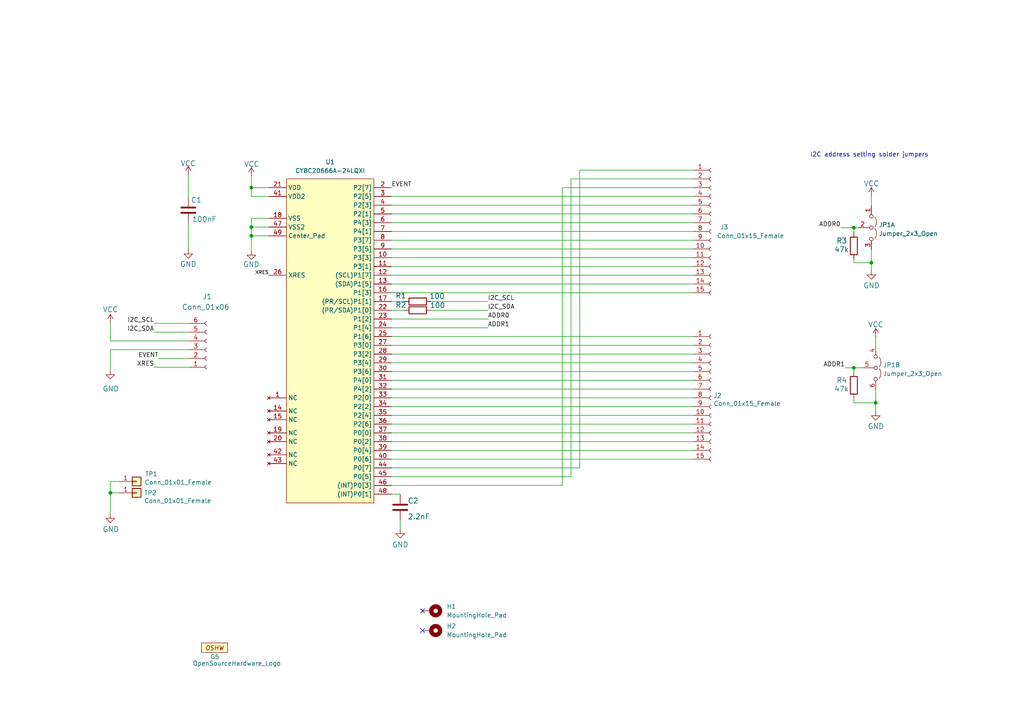
<source format=kicad_sch>
(kicad_sch (version 20231120) (generator "eeschema") (generator_version "8.0")
  (paper "A4")
  (title_block (title "Trill Craft") (date "2024-04-01") (rev "C3") (company "Augmented Instruments Ltd.") (comment 1 "https://bela.io/products/trill/"))
  (lib_symbols
    (symbol "Connector:Conn_01x06_Female" (pin_names (offset 1.016) hide)
      (property "Reference" "J" (at 0 7.62 0))
      (property "Value" "Conn_01x06_Female" (at 0 -10.16 0))
      (symbol "Conn_01x06_Female_1_1"
        (arc (start 0 -7.112) (mid -0.5058 -7.62) (end 0 -8.128) (stroke (width 0.1524)))
        (arc (start 0 -4.572) (mid -0.5058 -5.08) (end 0 -5.588) (stroke (width 0.1524)))
        (arc (start 0 -2.032) (mid -0.5058 -2.54) (end 0 -3.048) (stroke (width 0.1524)))
        (polyline (pts (xy -1.27 -7.62) (xy -0.508 -7.62)) (stroke (width 0.1524)))
        (polyline (pts (xy -1.27 -5.08) (xy -0.508 -5.08)) (stroke (width 0.1524)))
        (polyline (pts (xy -1.27 -2.54) (xy -0.508 -2.54)) (stroke (width 0.1524)))
        (polyline (pts (xy -1.27 0) (xy -0.508 0)) (stroke (width 0.1524)))
        (polyline (pts (xy -1.27 2.54) (xy -0.508 2.54)) (stroke (width 0.1524)))
        (polyline (pts (xy -1.27 5.08) (xy -0.508 5.08)) (stroke (width 0.1524)))
        (arc (start 0 0.508) (mid -0.5058 0) (end 0 -0.508) (stroke (width 0.1524)))
        (arc (start 0 3.048) (mid -0.5058 2.54) (end 0 2.032) (stroke (width 0.1524)))
        (arc (start 0 5.588) (mid -0.5058 5.08) (end 0 4.572) (stroke (width 0.1524)))
        (pin passive line (at -5.08 5.08 0) (length 3.81) (name "Pin_1") (number "1"))
        (pin passive line (at -5.08 2.54 0) (length 3.81) (name "Pin_2") (number "2"))
        (pin passive line (at -5.08 0 0) (length 3.81) (name "Pin_3") (number "3"))
        (pin passive line (at -5.08 -2.54 0) (length 3.81) (name "Pin_4") (number "4"))
        (pin passive line (at -5.08 -5.08 0) (length 3.81) (name "Pin_5") (number "5"))
        (pin passive line (at -5.08 -7.62 0) (length 3.81) (name "Pin_6") (number "6"))
      )
    )
    (symbol "Connector:Conn_01x15_Female" (pin_names (offset 1.016) hide)
      (property "Reference" "J" (at 0 20.32 0))
      (property "Value" "Conn_01x15_Female" (at 0 -20.32 0))
      (symbol "Conn_01x15_Female_1_1"
        (arc (start 0 -17.272) (mid -0.5058 -17.78) (end 0 -18.288) (stroke (width 0.1524)))
        (arc (start 0 -14.732) (mid -0.5058 -15.24) (end 0 -15.748) (stroke (width 0.1524)))
        (arc (start 0 -12.192) (mid -0.5058 -12.7) (end 0 -13.208) (stroke (width 0.1524)))
        (arc (start 0 -9.652) (mid -0.5058 -10.16) (end 0 -10.668) (stroke (width 0.1524)))
        (arc (start 0 -7.112) (mid -0.5058 -7.62) (end 0 -8.128) (stroke (width 0.1524)))
        (arc (start 0 -4.572) (mid -0.5058 -5.08) (end 0 -5.588) (stroke (width 0.1524)))
        (arc (start 0 -2.032) (mid -0.5058 -2.54) (end 0 -3.048) (stroke (width 0.1524)))
        (polyline (pts (xy -1.27 -17.78) (xy -0.508 -17.78)) (stroke (width 0.1524)))
        (polyline (pts (xy -1.27 -15.24) (xy -0.508 -15.24)) (stroke (width 0.1524)))
        (polyline (pts (xy -1.27 -12.7) (xy -0.508 -12.7)) (stroke (width 0.1524)))
        (polyline (pts (xy -1.27 -10.16) (xy -0.508 -10.16)) (stroke (width 0.1524)))
        (polyline (pts (xy -1.27 -7.62) (xy -0.508 -7.62)) (stroke (width 0.1524)))
        (polyline (pts (xy -1.27 -5.08) (xy -0.508 -5.08)) (stroke (width 0.1524)))
        (polyline (pts (xy -1.27 -2.54) (xy -0.508 -2.54)) (stroke (width 0.1524)))
        (polyline (pts (xy -1.27 0) (xy -0.508 0)) (stroke (width 0.1524)))
        (polyline (pts (xy -1.27 2.54) (xy -0.508 2.54)) (stroke (width 0.1524)))
        (polyline (pts (xy -1.27 5.08) (xy -0.508 5.08)) (stroke (width 0.1524)))
        (polyline (pts (xy -1.27 7.62) (xy -0.508 7.62)) (stroke (width 0.1524)))
        (polyline (pts (xy -1.27 10.16) (xy -0.508 10.16)) (stroke (width 0.1524)))
        (polyline (pts (xy -1.27 12.7) (xy -0.508 12.7)) (stroke (width 0.1524)))
        (polyline (pts (xy -1.27 15.24) (xy -0.508 15.24)) (stroke (width 0.1524)))
        (polyline (pts (xy -1.27 17.78) (xy -0.508 17.78)) (stroke (width 0.1524)))
        (arc (start 0 0.508) (mid -0.5058 0) (end 0 -0.508) (stroke (width 0.1524)))
        (arc (start 0 3.048) (mid -0.5058 2.54) (end 0 2.032) (stroke (width 0.1524)))
        (arc (start 0 5.588) (mid -0.5058 5.08) (end 0 4.572) (stroke (width 0.1524)))
        (arc (start 0 8.128) (mid -0.5058 7.62) (end 0 7.112) (stroke (width 0.1524)))
        (arc (start 0 10.668) (mid -0.5058 10.16) (end 0 9.652) (stroke (width 0.1524)))
        (arc (start 0 13.208) (mid -0.5058 12.7) (end 0 12.192) (stroke (width 0.1524)))
        (arc (start 0 15.748) (mid -0.5058 15.24) (end 0 14.732) (stroke (width 0.1524)))
        (arc (start 0 18.288) (mid -0.5058 17.78) (end 0 17.272) (stroke (width 0.1524)))
        (pin passive line (at -5.08 17.78 0) (length 3.81) (name "Pin_1") (number "1"))
        (pin passive line (at -5.08 -5.08 0) (length 3.81) (name "Pin_10") (number "10"))
        (pin passive line (at -5.08 -7.62 0) (length 3.81) (name "Pin_11") (number "11"))
        (pin passive line (at -5.08 -10.16 0) (length 3.81) (name "Pin_12") (number "12"))
        (pin passive line (at -5.08 -12.7 0) (length 3.81) (name "Pin_13") (number "13"))
        (pin passive line (at -5.08 -15.24 0) (length 3.81) (name "Pin_14") (number "14"))
        (pin passive line (at -5.08 -17.78 0) (length 3.81) (name "Pin_15") (number "15"))
        (pin passive line (at -5.08 15.24 0) (length 3.81) (name "Pin_2") (number "2"))
        (pin passive line (at -5.08 12.7 0) (length 3.81) (name "Pin_3") (number "3"))
        (pin passive line (at -5.08 10.16 0) (length 3.81) (name "Pin_4") (number "4"))
        (pin passive line (at -5.08 7.62 0) (length 3.81) (name "Pin_5") (number "5"))
        (pin passive line (at -5.08 5.08 0) (length 3.81) (name "Pin_6") (number "6"))
        (pin passive line (at -5.08 2.54 0) (length 3.81) (name "Pin_7") (number "7"))
        (pin passive line (at -5.08 0 0) (length 3.81) (name "Pin_8") (number "8"))
        (pin passive line (at -5.08 -2.54 0) (length 3.81) (name "Pin_9") (number "9"))
      )
    )
    (symbol "Connector_Generic:Conn_01x01" (pin_names (offset 1.016) hide)
      (property "Reference" "J" (at 0 2.54 0))
      (property "Value" "Conn_01x01" (at 0 -2.54 0))
      (symbol "Conn_01x01_1_1"
        (rectangle (start -1.27 0.127) (end 0 -0.127) (stroke (width 0.1524)))
        (rectangle (start -1.27 1.27) (end 1.27 -1.27) (stroke (width 0.254)) (fill (type background)))
        (pin passive line (at -5.08 0 0) (length 3.81) (name "Pin_1") (number "1"))
      )
    )
    (symbol "Device:C" (pin_numbers hide) (pin_names (offset 0.254))
      (property "Reference" "C" (at 0.635 2.54 0))
      (property "Value" "C" (at 0.635 -2.54 0))
      (symbol "C_0_1"
        (polyline (pts (xy -2.032 -0.762) (xy 2.032 -0.762)) (stroke (width 0.508)))
        (polyline (pts (xy -2.032 0.762) (xy 2.032 0.762)) (stroke (width 0.508)))
      )
      (symbol "C_1_1"
        (pin passive line (at 0 3.81 270) (length 2.794) (name "~") (number "1"))
        (pin passive line (at 0 -3.81 90) (length 2.794) (name "~") (number "2"))
      )
    )
    (symbol "Device:R" (pin_numbers hide) (pin_names (offset 0))
      (property "Reference" "R" (at 2.032 0 90))
      (property "Value" "R" (at 0 0 90))
      (symbol "R_0_1"
        (rectangle (start -1.016 -2.54) (end 1.016 2.54) (stroke (width 0.254)))
      )
      (symbol "R_1_1"
        (pin passive line (at 0 3.81 270) (length 1.27) (name "~") (number "1"))
        (pin passive line (at 0 -3.81 90) (length 1.27) (name "~") (number "2"))
      )
    )
    (symbol "Mechanical:MountingHole_Pad" (pin_numbers hide) (pin_names (offset 1.016) hide)
      (property "Reference" "H" (at 0 6.35 0))
      (property "Value" "MountingHole_Pad" (at 0 4.445 0))
      (symbol "MountingHole_Pad_0_1"
        (circle (center 0 1.27) (radius 1.27) (stroke (width 1.27)))
      )
      (symbol "MountingHole_Pad_1_1"
        (pin input line (at 0 -2.54 90) (length 2.54) (name "1") (number "1"))
      )
    )
    (symbol "TRILL:CY8C206X6A"
      (property "Reference" "U" (at 0 -53.34 0))
      (property "Value" "CY8C206X6A" (at 0 -50.8 0))
      (symbol "CY8C206X6A_0_1"
        (rectangle (start -12.7 45.72) (end 12.7 -48.26) (fill (type background)))
      )
      (symbol "CY8C206X6A_1_0"
        (pin no_connect line (at -17.78 -17.78 0) (length 5.08) (name "NC") (number "1"))
        (pin bidirectional line (at 17.78 22.86 180) (length 5.08) (name "P3[3]") (number "10"))
        (pin bidirectional line (at 17.78 20.32 180) (length 5.08) (name "P3[1]") (number "11"))
        (pin bidirectional line (at 17.78 17.78 180) (length 5.08) (name "(SCL)P1[7]") (number "12"))
        (pin bidirectional line (at 17.78 15.24 180) (length 5.08) (name "(SDA)P1[5]") (number "13"))
        (pin no_connect line (at -17.78 -21.59 0) (length 5.08) (name "NC") (number "14"))
        (pin no_connect line (at -17.78 -24.13 0) (length 5.08) (name "NC") (number "15"))
        (pin bidirectional line (at 17.78 12.7 180) (length 5.08) (name "P1[3]") (number "16"))
        (pin bidirectional line (at 17.78 10.16 180) (length 5.08) (name "(PR/SCL)P1[1]") (number "17"))
        (pin power_in line (at -17.78 34.29 0) (length 5.08) (name "VSS") (number "18"))
        (pin no_connect line (at -17.78 -27.94 0) (length 5.08) (name "NC") (number "19"))
        (pin bidirectional line (at 17.78 43.18 180) (length 5.08) (name "P2[7]") (number "2"))
        (pin no_connect line (at -17.78 -30.48 0) (length 5.08) (name "NC") (number "20"))
        (pin power_in line (at -17.78 43.18 0) (length 5.08) (name "VDD") (number "21"))
        (pin bidirectional line (at 17.78 7.62 180) (length 5.08) (name "(PR/SDA)P1[0]") (number "22"))
        (pin bidirectional line (at 17.78 5.08 180) (length 5.08) (name "P1[2]") (number "23"))
        (pin bidirectional line (at 17.78 2.54 180) (length 5.08) (name "P1[4]") (number "24"))
        (pin bidirectional line (at 17.78 0 180) (length 5.08) (name "P1[6]") (number "25"))
        (pin input line (at -17.78 17.78 0) (length 5.08) (name "XRES") (number "26"))
        (pin bidirectional line (at 17.78 -2.54 180) (length 5.08) (name "P3[0]") (number "27"))
        (pin bidirectional line (at 17.78 -5.08 180) (length 5.08) (name "P3[2]") (number "28"))
        (pin bidirectional line (at 17.78 -7.62 180) (length 5.08) (name "P3[4]") (number "29"))
        (pin bidirectional line (at 17.78 40.64 180) (length 5.08) (name "P2[5]") (number "3"))
        (pin bidirectional line (at 17.78 -10.16 180) (length 5.08) (name "P3[6]") (number "30"))
        (pin bidirectional line (at 17.78 -12.7 180) (length 5.08) (name "P4[0]") (number "31"))
        (pin bidirectional line (at 17.78 -15.24 180) (length 5.08) (name "P4[2]") (number "32"))
        (pin bidirectional line (at 17.78 -17.78 180) (length 5.08) (name "P2[0]") (number "33"))
        (pin bidirectional line (at 17.78 -20.32 180) (length 5.08) (name "P2[2]") (number "34"))
        (pin bidirectional line (at 17.78 -22.86 180) (length 5.08) (name "P2[4]") (number "35"))
        (pin bidirectional line (at 17.78 -25.4 180) (length 5.08) (name "P2[6]") (number "36"))
        (pin bidirectional line (at 17.78 -27.94 180) (length 5.08) (name "P0[0]") (number "37"))
        (pin bidirectional line (at 17.78 -30.48 180) (length 5.08) (name "P0[2]") (number "38"))
        (pin bidirectional line (at 17.78 -33.02 180) (length 5.08) (name "P0[4]") (number "39"))
        (pin bidirectional line (at 17.78 38.1 180) (length 5.08) (name "P2[3]") (number "4"))
        (pin bidirectional line (at 17.78 -35.56 180) (length 5.08) (name "P0[6]") (number "40"))
        (pin power_in line (at -17.78 40.64 0) (length 5.08) (name "VDD2") (number "41"))
        (pin no_connect line (at -17.78 -34.29 0) (length 5.08) (name "NC") (number "42"))
        (pin no_connect line (at -17.78 -36.83 0) (length 5.08) (name "NC") (number "43"))
        (pin bidirectional line (at 17.78 -38.1 180) (length 5.08) (name "P0[7]") (number "44"))
        (pin bidirectional line (at 17.78 -40.64 180) (length 5.08) (name "P0[5]") (number "45"))
        (pin bidirectional line (at 17.78 -43.18 180) (length 5.08) (name "(INT)P0[3]") (number "46"))
        (pin power_in line (at -17.78 31.75 0) (length 5.08) (name "VSS2") (number "47"))
        (pin bidirectional line (at 17.78 -45.72 180) (length 5.08) (name "(INT)P0[1]") (number "48"))
        (pin power_in line (at -17.78 29.21 0) (length 5.08) (name "Center_Pad") (number "49"))
        (pin bidirectional line (at 17.78 35.56 180) (length 5.08) (name "P2[1]") (number "5"))
        (pin bidirectional line (at 17.78 33.02 180) (length 5.08) (name "P4[3]") (number "6"))
        (pin bidirectional line (at 17.78 30.48 180) (length 5.08) (name "P4[1]") (number "7"))
        (pin bidirectional line (at 17.78 27.94 180) (length 5.08) (name "P3[7]") (number "8"))
        (pin bidirectional line (at 17.78 25.4 180) (length 5.08) (name "P3[5]") (number "9"))
      )
    )
    (symbol "TRILL:Jumper_2x3_Open" (pin_names (offset 0) hide)
      (property "Reference" "JP" (at -2.54 -2.54 0))
      (property "Value" "Jumper_2x3_Open" (at 0 2.794 0))
      (symbol "Jumper_2x3_Open_0_0"
        (circle (center -3.302 0) (radius 0.508))
        (circle (center 0 0) (radius 0.508))
        (circle (center 3.302 0) (radius 0.508))
      )
      (symbol "Jumper_2x3_Open_0_1"
        (arc (start -0.254 1.016) (mid -1.651 1.4992) (end -3.048 1.016))
        (polyline (pts (xy 0 -0.508) (xy 0 -1.27)))
        (arc (start 3.048 1.016) (mid 1.651 1.4992) (end 0.254 1.016))
      )
      (symbol "Jumper_2x3_Open_1_1"
        (pin passive line (at -6.35 0 0) (length 2.54) (name "A") (number "1"))
        (pin passive line (at 0 -3.81 90) (length 2.54) (name "C") (number "2"))
        (pin passive line (at 6.35 0 180) (length 2.54) (name "B") (number "3"))
      )
      (symbol "Jumper_2x3_Open_2_1"
        (pin passive line (at -6.35 0 0) (length 2.54) (name "A") (number "4"))
        (pin passive line (at 0 -3.81 90) (length 2.54) (name "A") (number "5"))
        (pin passive line (at 6.35 0 180) (length 2.54) (name "B") (number "6"))
      )
    )
    (symbol "TRILL:OpenSourceHardware_Logo" (pin_numbers hide) (pin_names (offset 0) hide) (in_bom no)
      (property "Reference" "G" (at 0 0 0))
      (property "Value" "OpenSourceHardware_Logo" (at 0.0508 1.9812 0))
      (symbol "OpenSourceHardware_Logo_0_0"
        (text "" (at -8.2804 -10.668 0) (effects (font (size 1.27 1.27))))
        (text "" (at -5.3594 -2.286 0) (effects (font (size 1.27 1.27))))
        (text "OSHW" (at 0 6.35 0) (effects (font (size 1.27 1.27) (italic yes))))
      )
      (symbol "OpenSourceHardware_Logo_0_1"
        (rectangle (start -3.81 7.8232) (end 3.81 5.08) (fill (type background)))
      )
    )
    (symbol "power:GND" (power) (pin_names (offset 0))
      (property "Value" "GND" (at 0 -3.81 0))
      (symbol "GND_0_1"
        (polyline (pts (xy 0 0) (xy 0 -1.27) (xy 1.27 -1.27) (xy 0 -2.54) (xy -1.27 -1.27) (xy 0 -1.27)))
      )
      (symbol "GND_1_1"
        (pin power_in line (at 0 0 270) (length 0) hide (name "GND") (number "1"))
      )
    )
    (symbol "power:VCC" (power) (pin_names (offset 0))
      (property "Value" "VCC" (at 0 3.81 0))
      (symbol "VCC_0_1"
        (polyline (pts (xy -0.762 1.27) (xy 0 2.54)))
        (polyline (pts (xy 0 0) (xy 0 2.54)))
        (polyline (pts (xy 0 2.54) (xy 0.762 1.27)))
      )
      (symbol "VCC_1_1"
        (pin power_in line (at 0 0 90) (length 0) hide (name "VCC") (number "1"))
      )
    )
  )
  (junction (at 254 116.84))
  (junction (at 247.65 66.04))
  (junction (at 32.004 142.9512))
  (junction (at 72.898 54.4322))
  (junction (at 252.73 76.2))
  (junction (at 72.898 68.4022))
  (junction (at 72.898 65.8622))
  (junction (at 247.65 106.68))
  (no_connect (at 122.555 177.165))
  (no_connect (at 122.555 182.88))
  (wire (pts (xy 72.898 68.4022) (xy 72.898 65.8622)))
  (wire (pts (xy 113.538 133.1722) (xy 201.168 133.1722)))
  (wire (pts (xy 124.968 89.9922) (xy 141.478 89.9922)))
  (wire (pts (xy 113.538 72.2122) (xy 201.168 72.2122)))
  (wire (pts (xy 247.65 115.57) (xy 247.65 116.84)))
  (wire (pts (xy 113.538 117.9322) (xy 201.168 117.9322)))
  (wire (pts (xy 32.004 98.8822) (xy 54.864 98.8822)))
  (wire (pts (xy 113.538 120.4722) (xy 201.168 120.4722)))
  (wire (pts (xy 163.068 140.7922) (xy 163.068 54.4322)))
  (wire (pts (xy 72.898 65.8622) (xy 77.978 65.8622)))
  (wire (pts (xy 32.004 101.4222) (xy 54.864 101.4222)))
  (wire (pts (xy 54.61 50.8) (xy 54.61 57.15)))
  (wire (pts (xy 254 97.79) (xy 254 100.33)))
  (wire (pts (xy 32.004 101.4222) (xy 32.004 107.3912)))
  (wire (pts (xy 113.538 143.3322) (xy 116.078 143.3322)))
  (wire (pts (xy 252.73 72.39) (xy 252.73 76.2)))
  (wire (pts (xy 113.538 59.5122) (xy 201.168 59.5122)))
  (wire (pts (xy 113.538 140.7922) (xy 163.068 140.7922)))
  (wire (pts (xy 113.538 125.5522) (xy 201.168 125.5522)))
  (wire (pts (xy 44.704 96.3422) (xy 54.864 96.3422)))
  (wire (pts (xy 116.078 150.9522) (xy 116.078 153.4922)))
  (wire (pts (xy 247.65 76.2) (xy 252.73 76.2)))
  (wire (pts (xy 254 116.84) (xy 254 119.3292)))
  (wire (pts (xy 113.538 105.2322) (xy 201.168 105.2322)))
  (wire (pts (xy 113.538 102.6922) (xy 201.168 102.6922)))
  (wire (pts (xy 245.11 106.68) (xy 247.65 106.68)))
  (wire (pts (xy 113.538 64.5922) (xy 201.168 64.5922)))
  (wire (pts (xy 165.608 138.2522) (xy 165.608 51.8922)))
  (wire (pts (xy 32.004 139.6492) (xy 32.004 142.9512)))
  (wire (pts (xy 45.974 103.9622) (xy 54.864 103.9622)))
  (wire (pts (xy 113.538 95.0722) (xy 141.478 95.0722)))
  (wire (pts (xy 168.148 135.7122) (xy 168.148 49.3522)))
  (wire (pts (xy 113.538 87.4522) (xy 117.348 87.4522)))
  (wire (pts (xy 201.168 54.4322) (xy 163.068 54.4322)))
  (wire (pts (xy 113.538 69.6722) (xy 201.168 69.6722)))
  (wire (pts (xy 124.968 87.4522) (xy 141.478 87.4522)))
  (wire (pts (xy 201.168 56.9722) (xy 113.538 56.9722)))
  (wire (pts (xy 32.004 142.9512) (xy 32.004 149.0472)))
  (wire (pts (xy 113.538 112.8522) (xy 201.168 112.8522)))
  (wire (pts (xy 44.704 93.8022) (xy 54.864 93.8022)))
  (wire (pts (xy 168.148 49.3522) (xy 201.168 49.3522)))
  (wire (pts (xy 32.004 93.6752) (xy 32.004 98.8822)))
  (wire (pts (xy 247.65 66.04) (xy 247.65 67.5132)))
  (wire (pts (xy 72.898 56.9722) (xy 72.898 54.4322)))
  (wire (pts (xy 113.538 67.1322) (xy 201.168 67.1322)))
  (wire (pts (xy 113.538 92.5322) (xy 141.478 92.5322)))
  (wire (pts (xy 113.538 107.7722) (xy 201.168 107.7722)))
  (wire (pts (xy 247.65 116.84) (xy 254 116.84)))
  (wire (pts (xy 113.538 100.1522) (xy 201.168 100.1522)))
  (wire (pts (xy 113.538 138.2522) (xy 165.608 138.2522)))
  (wire (pts (xy 247.65 106.68) (xy 247.65 107.95)))
  (wire (pts (xy 72.898 68.4022) (xy 72.898 72.7202)))
  (wire (pts (xy 113.538 79.8322) (xy 201.168 79.8322)))
  (wire (pts (xy 77.978 68.4022) (xy 72.898 68.4022)))
  (wire (pts (xy 113.538 130.6322) (xy 201.168 130.6322)))
  (wire (pts (xy 113.538 115.3922) (xy 201.168 115.3922)))
  (wire (pts (xy 247.65 66.04) (xy 248.92 66.04)))
  (wire (pts (xy 201.168 62.0522) (xy 113.538 62.0522)))
  (wire (pts (xy 247.65 75.1332) (xy 247.65 76.2)))
  (wire (pts (xy 113.538 77.2922) (xy 201.168 77.2922)))
  (wire (pts (xy 113.538 97.6122) (xy 201.168 97.6122)))
  (wire (pts (xy 201.168 51.8922) (xy 165.608 51.8922)))
  (wire (pts (xy 77.978 56.9722) (xy 72.898 56.9722)))
  (wire (pts (xy 34.544 142.9512) (xy 32.004 142.9512)))
  (wire (pts (xy 113.538 123.0122) (xy 201.168 123.0122)))
  (wire (pts (xy 54.61 64.77) (xy 54.61 72.39)))
  (wire (pts (xy 113.538 110.3122) (xy 201.168 110.3122)))
  (wire (pts (xy 113.538 135.7122) (xy 168.148 135.7122)))
  (wire (pts (xy 113.538 82.3722) (xy 201.168 82.3722)))
  (wire (pts (xy 243.84 66.04) (xy 247.65 66.04)))
  (wire (pts (xy 247.65 106.68) (xy 250.19 106.68)))
  (wire (pts (xy 113.538 89.9922) (xy 117.348 89.9922)))
  (wire (pts (xy 44.704 106.5022) (xy 54.864 106.5022)))
  (wire (pts (xy 252.73 56.9214) (xy 252.73 59.69)))
  (wire (pts (xy 252.73 76.2) (xy 252.73 78.4606)))
  (wire (pts (xy 72.898 63.3222) (xy 77.978 63.3222)))
  (wire (pts (xy 72.898 65.8622) (xy 72.898 63.3222)))
  (wire (pts (xy 113.538 84.9122) (xy 201.168 84.9122)))
  (wire (pts (xy 113.538 128.0922) (xy 201.168 128.0922)))
  (wire (pts (xy 34.544 139.6492) (xy 32.004 139.6492)))
  (wire (pts (xy 72.898 51.1302) (xy 72.898 54.4322)))
  (wire (pts (xy 254 113.03) (xy 254 116.84)))
  (wire (pts (xy 72.898 54.4322) (xy 77.978 54.4322)))
  (wire (pts (xy 113.538 74.7522) (xy 201.168 74.7522)))
  (text "I2C address setting solder jumpers" (at 234.95 45.72 0) (effects (font (size 1.27 1.27)) (justify left bottom)))
  (label "XRES" (at 77.978 79.8322 180) (effects (font (size 1 1))))
  (label "I2C_SDA" (at 44.704 96.3422 180))
  (label "ADDR0" (at 243.84 66.04 180))
  (label "I2C_SCL" (at 141.478 87.4522 0))
  (label "I2C_SCL" (at 44.704 93.8022 180))
  (label "EVENT" (at 45.974 103.9622 180))
  (label "EVENT" (at 113.538 54.4322 0))
  (label "I2C_SDA" (at 141.478 89.9922 0))
  (label "XRES" (at 44.704 106.5022 180))
  (label "ADDR0" (at 141.478 92.5322 0))
  (label "ADDR1" (at 245.11 106.68 180))
  (label "ADDR1" (at 141.478 95.0722 0))
  (symbol (lib_id "Connector:Conn_01x15_Female") (at 206.248 67.1322 0) (unit 1) (in_bom no)
    (property "Reference" "J3" (at 210.058 65.8622 0))
    (property "Value" "Conn_01x15_Female" (at 217.678 68.4022 0))
    (property "Footprint" "TRILL:trill_craft_1x15_2.54mm_castellated_round" (effects (hide yes)))
  )
  (symbol (lib_id "power:VCC") (at 252.73 56.9214 0) (mirror y) (unit 1)
    (property "Reference" "#P+04" (effects (hide yes)))
    (property "Value" "VCC" (at 255.016 54.1274 0) (effects (font (size 1.4986 1.4986)) (justify left bottom)))
  )
  (symbol (lib_id "Connector:Conn_01x15_Female") (at 206.248 115.3922 0) (unit 1) (in_bom no)
    (property "Reference" "J2" (at 206.9338 114.7318 0) (effects (justify left)))
    (property "Value" "Conn_01x15_Female" (at 206.9338 117.0432 0) (effects (justify left)))
    (property "Footprint" "TRILL:trill_craft_1x15_2.54mm_castellated_round" (effects (hide yes)))
  )
  (symbol (lib_id "Connector_Generic:Conn_01x01") (at 39.624 139.6492 0) (unit 1) (in_bom no)
    (property "Reference" "TP1" (at 42.037 137.4902 0) (effects (justify left)))
    (property "Value" "Conn_01x01_Female" (at 41.91 139.9032 0) (effects (justify left)))
    (property "Footprint" "TRILL:trill_craft_circular_pad_smd" (effects (hide yes)))
  )
  (symbol (lib_id "Connector_Generic:Conn_01x01") (at 39.624 142.9512 0) (unit 1) (in_bom no)
    (property "Reference" "TP2" (at 41.783 142.9512 0) (effects (justify left)))
    (property "Value" "Conn_01x01_Female" (at 41.783 145.2626 0) (effects (justify left)))
    (property "Footprint" "TRILL:trill_craft_circular_pad_smd" (effects (hide yes)))
  )
  (symbol (lib_id "power:GND") (at 32.004 149.0472 0) (unit 1)
    (property "Reference" "#GND02" (effects (hide yes)))
    (property "Value" "GND" (at 29.718 154.3812 0) (effects (font (size 1.4986 1.4986)) (justify left bottom)))
  )
  (symbol (lib_id "Device:R") (at 247.65 71.3232 0) (unit 1)
    (property "Reference" "R3" (at 242.57 70.6882 0) (effects (font (size 1.4986 1.4986)) (justify left bottom)))
    (property "Value" "47k" (at 241.935 73.2282 0) (effects (font (size 1.4986 1.4986)) (justify left bottom)))
    (property "Footprint" "Resistor_SMD:R_0402_1005Metric" (effects (hide yes)))
  )
  (symbol (lib_id "Mechanical:MountingHole_Pad") (at 125.095 182.88 270) (unit 1) (in_bom no)
    (property "Reference" "H2" (at 129.54 181.6099 90) (effects (justify left)))
    (property "Value" "MountingHole_Pad" (at 129.54 184.1499 90) (effects (justify left)))
    (property "Footprint" "MountingHole:MountingHole_3.2mm_M3_ISO14580_Pad" (effects (hide yes)))
  )
  (symbol (lib_id "TRILL:Jumper_2x3_Open") (at 252.73 66.04 270) (unit 1) (in_bom no)
    (property "Reference" "JP1" (at 254.8642 65.2053 90) (effects (justify left)))
    (property "Value" "Jumper_2x3_Open" (at 254.8642 67.7422 90) (effects (justify left)))
    (property "Footprint" "TRILL:SolderJumper-2x3_P1.3mm_Open_Pad1.0x1.5mm" (effects (hide yes)))
  )
  (symbol (lib_id "TRILL:CY8C206X6A") (at 95.758 97.6122 0) (unit 1)
    (property "Reference" "U1" (at 95.758 46.99 0))
    (property "Value" "CY8C20666A-24LQXI" (at 95.758 49.53 0))
    (property "Footprint" "Package_DFN_QFN:QFN-48-1EP_6x6mm_P0.4mm_EP4.6x4.6mm" (effects (hide yes)))
    (property "Datasheet" "https://www.infineon.com/dgdl/Infineon-CY8C20XX6A_S_1.8_V_Programmable_CapSense_Controller_with_SmartSense_Auto-tuning_1-33_Buttons_0-6_Sliders-DataSheet-v26_00-EN.pdf?fileId=8ac78c8c7d0d8da4017d0ecc6dc04671" (effects (hide yes)))
  )
  (symbol (lib_id "power:GND") (at 54.61 72.39 0) (unit 1)
    (property "Reference" "#GND03" (effects (hide yes)))
    (property "Value" "GND" (at 52.197 77.47 0) (effects (font (size 1.4986 1.4986)) (justify left bottom)))
  )
  (symbol (lib_id "power:GND") (at 254 119.3292 0) (unit 1)
    (property "Reference" "#GND09" (effects (hide yes)))
    (property "Value" "GND" (at 251.6378 124.5362 0) (effects (font (size 1.4986 1.4986)) (justify left bottom)))
  )
  (symbol (lib_id "power:GND") (at 116.078 153.4922 0) (unit 1)
    (property "Reference" "#GND05" (effects (hide yes)))
    (property "Value" "GND" (at 113.665 158.8262 0) (effects (font (size 1.4986 1.4986)) (justify left bottom)))
  )
  (symbol (lib_id "power:GND") (at 252.73 78.4606 0) (unit 1)
    (property "Reference" "#GND08" (effects (hide yes)))
    (property "Value" "GND" (at 250.3678 83.6676 0) (effects (font (size 1.4986 1.4986)) (justify left bottom)))
  )
  (symbol (lib_id "Device:R") (at 121.158 87.4522 90) (unit 1)
    (property "Reference" "R1" (at 117.856 84.9122 90) (effects (font (size 1.4986 1.4986)) (justify left bottom)))
    (property "Value" "100" (at 129.032 85.0392 90) (effects (font (size 1.4986 1.4986)) (justify left bottom)))
    (property "Footprint" "Resistor_SMD:R_0402_1005Metric" (effects (hide yes)))
  )
  (symbol (lib_id "Mechanical:MountingHole_Pad") (at 125.095 177.165 270) (unit 1) (in_bom no)
    (property "Reference" "H1" (at 129.54 175.8949 90) (effects (justify left)))
    (property "Value" "MountingHole_Pad" (at 129.54 178.4349 90) (effects (justify left)))
    (property "Footprint" "MountingHole:MountingHole_3.2mm_M3_ISO14580_Pad" (effects (hide yes)))
  )
  (symbol (lib_id "Connector:Conn_01x06_Female") (at 59.944 101.4222 0) (mirror x) (unit 1) (in_bom no)
    (property "Reference" "J1" (at 58.674 85.1662 0) (effects (font (size 1.4986 1.4986)) (justify left bottom)))
    (property "Value" "Conn_01x06" (at 52.705 88.2142 0) (effects (font (size 1.4986 1.4986)) (justify left bottom)))
    (property "Footprint" "TRILL:trill_craft_1X6_2.54mm_castelated_round" (effects (hide yes)))
  )
  (symbol (lib_id "power:VCC") (at 32.004 93.6752 0) (mirror y) (unit 1)
    (property "Reference" "#P+01" (effects (hide yes)))
    (property "Value" "VCC" (at 34.29 90.6272 0) (effects (font (size 1.4986 1.4986)) (justify left bottom)))
  )
  (symbol (lib_id "TRILL:Jumper_2x3_Open") (at 254 106.68 270) (unit 2) (in_bom no)
    (property "Reference" "JP1" (at 256.1342 105.8453 90) (effects (justify left)))
    (property "Value" "Jumper_2x3_Open" (at 256.1342 108.3822 90) (effects (justify left)))
    (property "Footprint" "TRILL:SolderJumper-2x3_P1.3mm_Open_Pad1.0x1.5mm" (effects (hide yes)))
  )
  (symbol (lib_id "power:VCC") (at 54.61 50.8 0) (unit 1)
    (property "Reference" "#P+02" (effects (hide yes)))
    (property "Value" "VCC" (at 52.324 48.26 0) (effects (font (size 1.4986 1.4986)) (justify left bottom)))
  )
  (symbol (lib_id "Device:R") (at 247.65 111.76 0) (unit 1)
    (property "Reference" "R4" (at 242.57 111.125 0) (effects (font (size 1.4986 1.4986)) (justify left bottom)))
    (property "Value" "47k" (at 241.935 113.665 0) (effects (font (size 1.4986 1.4986)) (justify left bottom)))
    (property "Footprint" "Resistor_SMD:R_0402_1005Metric" (effects (hide yes)))
  )
  (symbol (lib_id "power:VCC") (at 72.898 51.1302 0) (unit 1)
    (property "Reference" "#P+03" (effects (hide yes)))
    (property "Value" "VCC" (at 70.739 48.4632 0) (effects (font (size 1.4986 1.4986)) (justify left bottom)))
  )
  (symbol (lib_id "Device:C") (at 116.078 147.1422 0) (unit 1)
    (property "Reference" "C2" (at 118.237 146.1262 0) (effects (font (size 1.4986 1.4986)) (justify left bottom)))
    (property "Value" "2.2nF" (at 118.237 150.6982 0) (effects (font (size 1.4986 1.4986)) (justify left bottom)))
    (property "Footprint" "Capacitor_SMD:C_0402_1005Metric" (effects (hide yes)))
  )
  (symbol (lib_id "power:VCC") (at 254 97.79 0) (mirror y) (unit 1)
    (property "Reference" "#P+05" (effects (hide yes)))
    (property "Value" "VCC" (at 256.286 94.996 0) (effects (font (size 1.4986 1.4986)) (justify left bottom)))
  )
  (symbol (lib_id "Device:C") (at 54.61 60.96 180) (unit 1)
    (property "Reference" "C1" (at 58.547 57.15 0) (effects (font (size 1.4986 1.4986)) (justify left bottom)))
    (property "Value" "100nF" (at 62.865 62.738 0) (effects (font (size 1.4986 1.4986)) (justify left bottom)))
    (property "Footprint" "Capacitor_SMD:C_0402_1005Metric" (effects (hide yes)))
  )
  (symbol (lib_id "power:GND") (at 32.004 107.3912 0) (mirror y) (unit 1)
    (property "Reference" "#GND01" (effects (hide yes)))
    (property "Value" "GND" (at 34.544 113.6142 0) (effects (font (size 1.4986 1.4986)) (justify left bottom)))
  )
  (symbol (lib_id "TRILL:OpenSourceHardware_Logo") (at 62.23 194.31 0) (unit 1) (in_bom no)
    (property "Reference" "G5" (at 60.96 190.5 0) (effects (justify left)))
    (property "Value" "OpenSourceHardware_Logo" (at 55.88 192.405 0) (effects (justify left)))
    (property "Footprint" "TRILL:OpenSourceHardware_Logo" (effects (hide yes)))
  )
  (symbol (lib_id "Device:R") (at 121.158 89.9922 90) (unit 1)
    (property "Reference" "R2" (at 117.856 87.5792 90) (effects (font (size 1.4986 1.4986)) (justify left bottom)))
    (property "Value" "100" (at 129.159 87.7062 90) (effects (font (size 1.4986 1.4986)) (justify left bottom)))
    (property "Footprint" "Resistor_SMD:R_0402_1005Metric" (effects (hide yes)))
  )
  (symbol (lib_id "power:GND") (at 72.898 72.7202 0) (unit 1)
    (property "Reference" "#GND04" (effects (hide yes)))
    (property "Value" "GND" (at 70.485 77.5462 0) (effects (font (size 1.4986 1.4986)) (justify left bottom)))
  )
)
</source>
